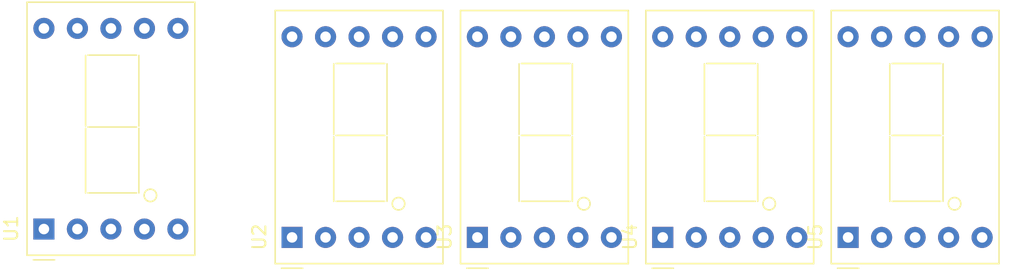
<source format=kicad_pcb>
(kicad_pcb (version 20241229) (generator "pcbnew") (generator_version "9.0")
  (layers (0 "F.Cu" signal) (2 "B.Cu" signal) (13 "F.Paste" user) (15 "B.Paste" user) (5 "F.SilkS" user "F.Silkscreen") (7 "B.SilkS" user "B.Silkscreen") (1 "F.Mask" user) (3 "B.Mask" user) (25 "Edge.Cuts" user))
  (net 0 "")
  (footprint "Display_7Segment:D1X8K" (layer "F.Cu") (at 200.66 98.425 90)
    (property "Reference" "U5" (at 0.03 -2.48 90) (layer "F.SilkS"))
    (property "Value" "D168K")
    (fp_line (start 17.23 -1.28) (end -1.99 -1.28) (stroke (width 0.12)) (layer "F.SilkS"))
    (fp_line (start 17.23 -1.28) (end 17.23 11.44) (stroke (width 0.12)) (layer "F.SilkS"))
    (fp_line (start -1.99 -1.28) (end -1.99 11.44) (stroke (width 0.12)) (layer "F.SilkS"))
    (fp_line (start -2.34 -0.8) (end -2.34 0.81) (stroke (width 0.12)) (layer "F.SilkS"))
    (fp_line (start 13.1832 3.1594) (end 7.8238 3.1594) (stroke (width 0.12)) (layer "F.SilkS"))
    (fp_line (start 7.646 3.1594) (end 2.7438 3.1594) (stroke (width 0.12)) (layer "F.SilkS"))
    (fp_line (start 13.2086 3.3372) (end 13.2086 7.0202) (stroke (width 0.12)) (layer "F.SilkS"))
    (fp_line (start 7.7476 3.3372) (end 7.7476 7.0202) (stroke (width 0.12)) (layer "F.SilkS"))
    (fp_line (start 2.7438 3.3372) (end 2.7438 7.0202) (stroke (width 0.12)) (layer "F.SilkS"))
    (fp_line (start 13.1832 7.198) (end 7.8238 7.198) (stroke (width 0.12)) (layer "F.SilkS"))
    (fp_line (start 7.646 7.198) (end 2.7438 7.198) (stroke (width 0.12)) (layer "F.SilkS"))
    (fp_line (start 17.23 11.44) (end -1.99 11.44) (stroke (width 0.12)) (layer "F.SilkS"))
    (fp_circle (center 2.557533 8.07) (end 2.836933 7.689) (stroke (width 0.12)) (fill no) (layer "F.SilkS"))
    (pad "1" thru_hole rect (at 0 0) (size 1.6 1.6) (drill 0.8) (layers "*.Cu" "*.Mask"))
    (pad "2" thru_hole circle (at 0 2.54) (size 1.6 1.6) (drill 0.8) (layers "*.Cu" "*.Mask"))
    (pad "3" thru_hole circle (at 0 5.08) (size 1.6 1.6) (drill 0.8) (layers "*.Cu" "*.Mask"))
    (pad "4" thru_hole circle (at 0 7.62) (size 1.6 1.6) (drill 0.8) (layers "*.Cu" "*.Mask"))
    (pad "5" thru_hole circle (at 0 10.16) (size 1.6 1.6) (drill 0.8) (layers "*.Cu" "*.Mask"))
    (pad "6" thru_hole circle (at 15.24 10.16) (size 1.6 1.6) (drill 0.8) (layers "*.Cu" "*.Mask"))
    (pad "7" thru_hole circle (at 15.24 7.62) (size 1.6 1.6) (drill 0.8) (layers "*.Cu" "*.Mask"))
    (pad "8" thru_hole circle (at 15.24 5.08) (size 1.6 1.6) (drill 0.8) (layers "*.Cu" "*.Mask"))
    (pad "9" thru_hole circle (at 15.24 2.54) (size 1.6 1.6) (drill 0.8) (layers "*.Cu" "*.Mask"))
    (pad "10" thru_hole circle (at 15.24 0) (size 1.6 1.6) (drill 0.8) (layers "*.Cu" "*.Mask"))
  )
  (footprint "Display_7Segment:D1X8K" (layer "F.Cu") (at 158.51 98.425 90)
    (property "Reference" "U2" (at 0.03 -2.48 90) (layer "F.SilkS"))
    (property "Value" "D168K")
    (fp_line (start 17.23 -1.28) (end -1.99 -1.28) (stroke (width 0.12)) (layer "F.SilkS"))
    (fp_line (start 17.23 -1.28) (end 17.23 11.44) (stroke (width 0.12)) (layer "F.SilkS"))
    (fp_line (start -1.99 -1.28) (end -1.99 11.44) (stroke (width 0.12)) (layer "F.SilkS"))
    (fp_line (start -2.34 -0.8) (end -2.34 0.81) (stroke (width 0.12)) (layer "F.SilkS"))
    (fp_line (start 13.1832 3.1594) (end 7.8238 3.1594) (stroke (width 0.12)) (layer "F.SilkS"))
    (fp_line (start 7.646 3.1594) (end 2.7438 3.1594) (stroke (width 0.12)) (layer "F.SilkS"))
    (fp_line (start 13.2086 3.3372) (end 13.2086 7.0202) (stroke (width 0.12)) (layer "F.SilkS"))
    (fp_line (start 7.7476 3.3372) (end 7.7476 7.0202) (stroke (width 0.12)) (layer "F.SilkS"))
    (fp_line (start 2.7438 3.3372) (end 2.7438 7.0202) (stroke (width 0.12)) (layer "F.SilkS"))
    (fp_line (start 13.1832 7.198) (end 7.8238 7.198) (stroke (width 0.12)) (layer "F.SilkS"))
    (fp_line (start 7.646 7.198) (end 2.7438 7.198) (stroke (width 0.12)) (layer "F.SilkS"))
    (fp_line (start 17.23 11.44) (end -1.99 11.44) (stroke (width 0.12)) (layer "F.SilkS"))
    (fp_circle (center 2.557533 8.07) (end 2.836933 7.689) (stroke (width 0.12)) (fill no) (layer "F.SilkS"))
    (pad "1" thru_hole rect (at 0 0) (size 1.6 1.6) (drill 0.8) (layers "*.Cu" "*.Mask"))
    (pad "2" thru_hole circle (at 0 2.54) (size 1.6 1.6) (drill 0.8) (layers "*.Cu" "*.Mask"))
    (pad "3" thru_hole circle (at 0 5.08) (size 1.6 1.6) (drill 0.8) (layers "*.Cu" "*.Mask"))
    (pad "4" thru_hole circle (at 0 7.62) (size 1.6 1.6) (drill 0.8) (layers "*.Cu" "*.Mask"))
    (pad "5" thru_hole circle (at 0 10.16) (size 1.6 1.6) (drill 0.8) (layers "*.Cu" "*.Mask"))
    (pad "6" thru_hole circle (at 15.24 10.16) (size 1.6 1.6) (drill 0.8) (layers "*.Cu" "*.Mask"))
    (pad "7" thru_hole circle (at 15.24 7.62) (size 1.6 1.6) (drill 0.8) (layers "*.Cu" "*.Mask"))
    (pad "8" thru_hole circle (at 15.24 5.08) (size 1.6 1.6) (drill 0.8) (layers "*.Cu" "*.Mask"))
    (pad "9" thru_hole circle (at 15.24 2.54) (size 1.6 1.6) (drill 0.8) (layers "*.Cu" "*.Mask"))
    (pad "10" thru_hole circle (at 15.24 0) (size 1.6 1.6) (drill 0.8) (layers "*.Cu" "*.Mask"))
  )
  (footprint "Display_7Segment:D1X8K" (layer "F.Cu") (at 139.7 97.79 90)
    (property "Reference" "U1" (at 0.03 -2.48 90) (layer "F.SilkS"))
    (property "Value" "D168K")
    (fp_line (start 17.23 -1.28) (end -1.99 -1.28) (stroke (width 0.12)) (layer "F.SilkS"))
    (fp_line (start 17.23 -1.28) (end 17.23 11.44) (stroke (width 0.12)) (layer "F.SilkS"))
    (fp_line (start -1.99 -1.28) (end -1.99 11.44) (stroke (width 0.12)) (layer "F.SilkS"))
    (fp_line (start -2.34 -0.8) (end -2.34 0.81) (stroke (width 0.12)) (layer "F.SilkS"))
    (fp_line (start 13.1832 3.1594) (end 7.8238 3.1594) (stroke (width 0.12)) (layer "F.SilkS"))
    (fp_line (start 7.646 3.1594) (end 2.7438 3.1594) (stroke (width 0.12)) (layer "F.SilkS"))
    (fp_line (start 13.2086 3.3372) (end 13.2086 7.0202) (stroke (width 0.12)) (layer "F.SilkS"))
    (fp_line (start 7.7476 3.3372) (end 7.7476 7.0202) (stroke (width 0.12)) (layer "F.SilkS"))
    (fp_line (start 2.7438 3.3372) (end 2.7438 7.0202) (stroke (width 0.12)) (layer "F.SilkS"))
    (fp_line (start 13.1832 7.198) (end 7.8238 7.198) (stroke (width 0.12)) (layer "F.SilkS"))
    (fp_line (start 7.646 7.198) (end 2.7438 7.198) (stroke (width 0.12)) (layer "F.SilkS"))
    (fp_line (start 17.23 11.44) (end -1.99 11.44) (stroke (width 0.12)) (layer "F.SilkS"))
    (fp_circle (center 2.557533 8.07) (end 2.836933 7.689) (stroke (width 0.12)) (fill no) (layer "F.SilkS"))
    (pad "1" thru_hole rect (at 0 0) (size 1.6 1.6) (drill 0.8) (layers "*.Cu" "*.Mask"))
    (pad "2" thru_hole circle (at 0 2.54) (size 1.6 1.6) (drill 0.8) (layers "*.Cu" "*.Mask"))
    (pad "3" thru_hole circle (at 0 5.08) (size 1.6 1.6) (drill 0.8) (layers "*.Cu" "*.Mask"))
    (pad "4" thru_hole circle (at 0 7.62) (size 1.6 1.6) (drill 0.8) (layers "*.Cu" "*.Mask"))
    (pad "5" thru_hole circle (at 0 10.16) (size 1.6 1.6) (drill 0.8) (layers "*.Cu" "*.Mask"))
    (pad "6" thru_hole circle (at 15.24 10.16) (size 1.6 1.6) (drill 0.8) (layers "*.Cu" "*.Mask"))
    (pad "7" thru_hole circle (at 15.24 7.62) (size 1.6 1.6) (drill 0.8) (layers "*.Cu" "*.Mask"))
    (pad "8" thru_hole circle (at 15.24 5.08) (size 1.6 1.6) (drill 0.8) (layers "*.Cu" "*.Mask"))
    (pad "9" thru_hole circle (at 15.24 2.54) (size 1.6 1.6) (drill 0.8) (layers "*.Cu" "*.Mask"))
    (pad "10" thru_hole circle (at 15.24 0) (size 1.6 1.6) (drill 0.8) (layers "*.Cu" "*.Mask"))
  )
  (footprint "Display_7Segment:D1X8K" (layer "F.Cu") (at 186.61 98.425 90)
    (property "Reference" "U4" (at 0.03 -2.48 90) (layer "F.SilkS"))
    (property "Value" "D168K")
    (fp_line (start 17.23 -1.28) (end -1.99 -1.28) (stroke (width 0.12)) (layer "F.SilkS"))
    (fp_line (start 17.23 -1.28) (end 17.23 11.44) (stroke (width 0.12)) (layer "F.SilkS"))
    (fp_line (start -1.99 -1.28) (end -1.99 11.44) (stroke (width 0.12)) (layer "F.SilkS"))
    (fp_line (start -2.34 -0.8) (end -2.34 0.81) (stroke (width 0.12)) (layer "F.SilkS"))
    (fp_line (start 13.1832 3.1594) (end 7.8238 3.1594) (stroke (width 0.12)) (layer "F.SilkS"))
    (fp_line (start 7.646 3.1594) (end 2.7438 3.1594) (stroke (width 0.12)) (layer "F.SilkS"))
    (fp_line (start 13.2086 3.3372) (end 13.2086 7.0202) (stroke (width 0.12)) (layer "F.SilkS"))
    (fp_line (start 7.7476 3.3372) (end 7.7476 7.0202) (stroke (width 0.12)) (layer "F.SilkS"))
    (fp_line (start 2.7438 3.3372) (end 2.7438 7.0202) (stroke (width 0.12)) (layer "F.SilkS"))
    (fp_line (start 13.1832 7.198) (end 7.8238 7.198) (stroke (width 0.12)) (layer "F.SilkS"))
    (fp_line (start 7.646 7.198) (end 2.7438 7.198) (stroke (width 0.12)) (layer "F.SilkS"))
    (fp_line (start 17.23 11.44) (end -1.99 11.44) (stroke (width 0.12)) (layer "F.SilkS"))
    (fp_circle (center 2.557533 8.07) (end 2.836933 7.689) (stroke (width 0.12)) (fill no) (layer "F.SilkS"))
    (pad "1" thru_hole rect (at 0 0) (size 1.6 1.6) (drill 0.8) (layers "*.Cu" "*.Mask"))
    (pad "2" thru_hole circle (at 0 2.54) (size 1.6 1.6) (drill 0.8) (layers "*.Cu" "*.Mask"))
    (pad "3" thru_hole circle (at 0 5.08) (size 1.6 1.6) (drill 0.8) (layers "*.Cu" "*.Mask"))
    (pad "4" thru_hole circle (at 0 7.62) (size 1.6 1.6) (drill 0.8) (layers "*.Cu" "*.Mask"))
    (pad "5" thru_hole circle (at 0 10.16) (size 1.6 1.6) (drill 0.8) (layers "*.Cu" "*.Mask"))
    (pad "6" thru_hole circle (at 15.24 10.16) (size 1.6 1.6) (drill 0.8) (layers "*.Cu" "*.Mask"))
    (pad "7" thru_hole circle (at 15.24 7.62) (size 1.6 1.6) (drill 0.8) (layers "*.Cu" "*.Mask"))
    (pad "8" thru_hole circle (at 15.24 5.08) (size 1.6 1.6) (drill 0.8) (layers "*.Cu" "*.Mask"))
    (pad "9" thru_hole circle (at 15.24 2.54) (size 1.6 1.6) (drill 0.8) (layers "*.Cu" "*.Mask"))
    (pad "10" thru_hole circle (at 15.24 0) (size 1.6 1.6) (drill 0.8) (layers "*.Cu" "*.Mask"))
  )
  (footprint "Display_7Segment:D1X8K" (layer "F.Cu") (at 172.56 98.425 90)
    (property "Reference" "U3" (at 0.03 -2.48 90) (layer "F.SilkS"))
    (property "Value" "D168K")
    (fp_line (start 17.23 -1.28) (end -1.99 -1.28) (stroke (width 0.12)) (layer "F.SilkS"))
    (fp_line (start 17.23 -1.28) (end 17.23 11.44) (stroke (width 0.12)) (layer "F.SilkS"))
    (fp_line (start -1.99 -1.28) (end -1.99 11.44) (stroke (width 0.12)) (layer "F.SilkS"))
    (fp_line (start -2.34 -0.8) (end -2.34 0.81) (stroke (width 0.12)) (layer "F.SilkS"))
    (fp_line (start 13.1832 3.1594) (end 7.8238 3.1594) (stroke (width 0.12)) (layer "F.SilkS"))
    (fp_line (start 7.646 3.1594) (end 2.7438 3.1594) (stroke (width 0.12)) (layer "F.SilkS"))
    (fp_line (start 13.2086 3.3372) (end 13.2086 7.0202) (stroke (width 0.12)) (layer "F.SilkS"))
    (fp_line (start 7.7476 3.3372) (end 7.7476 7.0202) (stroke (width 0.12)) (layer "F.SilkS"))
    (fp_line (start 2.7438 3.3372) (end 2.7438 7.0202) (stroke (width 0.12)) (layer "F.SilkS"))
    (fp_line (start 13.1832 7.198) (end 7.8238 7.198) (stroke (width 0.12)) (layer "F.SilkS"))
    (fp_line (start 7.646 7.198) (end 2.7438 7.198) (stroke (width 0.12)) (layer "F.SilkS"))
    (fp_line (start 17.23 11.44) (end -1.99 11.44) (stroke (width 0.12)) (layer "F.SilkS"))
    (fp_circle (center 2.557533 8.07) (end 2.836933 7.689) (stroke (width 0.12)) (fill no) (layer "F.SilkS"))
    (pad "1" thru_hole rect (at 0 0) (size 1.6 1.6) (drill 0.8) (layers "*.Cu" "*.Mask"))
    (pad "2" thru_hole circle (at 0 2.54) (size 1.6 1.6) (drill 0.8) (layers "*.Cu" "*.Mask"))
    (pad "3" thru_hole circle (at 0 5.08) (size 1.6 1.6) (drill 0.8) (layers "*.Cu" "*.Mask"))
    (pad "4" thru_hole circle (at 0 7.62) (size 1.6 1.6) (drill 0.8) (layers "*.Cu" "*.Mask"))
    (pad "5" thru_hole circle (at 0 10.16) (size 1.6 1.6) (drill 0.8) (layers "*.Cu" "*.Mask"))
    (pad "6" thru_hole circle (at 15.24 10.16) (size 1.6 1.6) (drill 0.8) (layers "*.Cu" "*.Mask"))
    (pad "7" thru_hole circle (at 15.24 7.62) (size 1.6 1.6) (drill 0.8) (layers "*.Cu" "*.Mask"))
    (pad "8" thru_hole circle (at 15.24 5.08) (size 1.6 1.6) (drill 0.8) (layers "*.Cu" "*.Mask"))
    (pad "9" thru_hole circle (at 15.24 2.54) (size 1.6 1.6) (drill 0.8) (layers "*.Cu" "*.Mask"))
    (pad "10" thru_hole circle (at 15.24 0) (size 1.6 1.6) (drill 0.8) (layers "*.Cu" "*.Mask"))
  )
)
</source>
